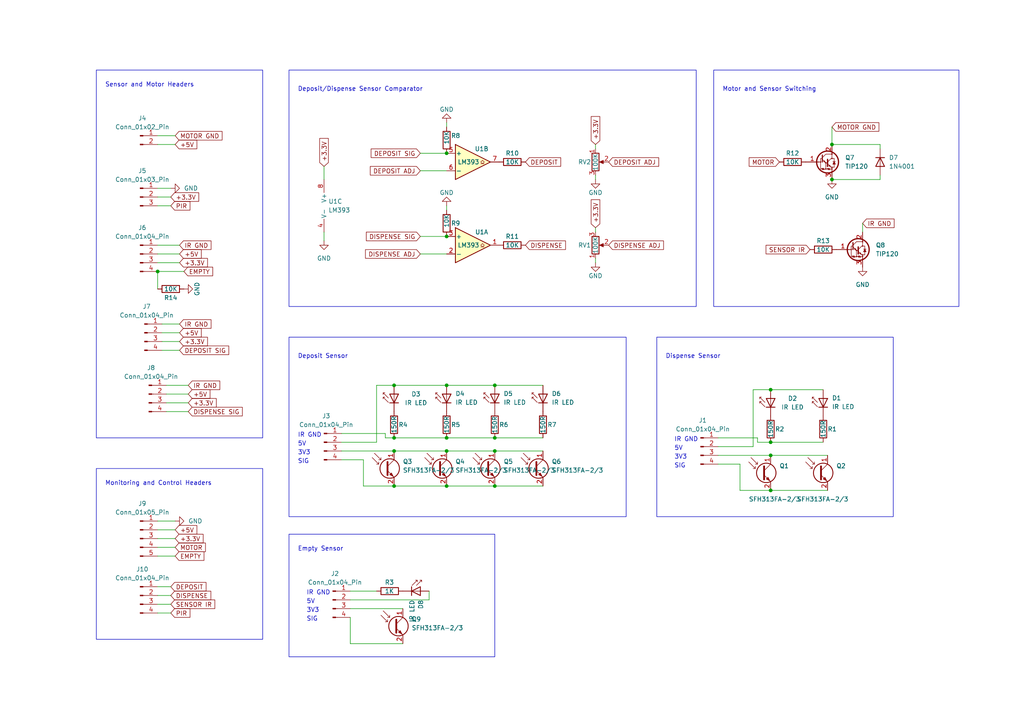
<source format=kicad_sch>
(kicad_sch (version 20230121) (generator eeschema)
  (paper "A4")
  (title_block (title "Vending Machine For Birds - Microcontroller Controlled") (date "2023-12-27") (rev "1 V1.0"))
  (lib_symbols
    (symbol "Comparator:LM393" (pin_names (offset 0.127))
      (property "Reference" "U" (at 3.81 3.81 0))
      (property "Value" "LM393" (at 6.35 -3.81 0))
      (symbol "LM393_1_1"
        (polyline (pts (xy -5.08 5.08) (xy 5.08 0) (xy -5.08 -5.08) (xy -5.08 5.08)) (stroke (width 0.254)) (fill (type background)))
        (polyline (pts (xy 3.302 -0.508) (xy 2.794 -0.508) (xy 3.302 0) (xy 2.794 0.508) (xy 2.286 0) (xy 2.794 -0.508) (xy 2.286 -0.508)) (stroke (width 0.127)))
        (pin open_collector line (at 7.62 0 180) (length 2.54) (name "~") (number "1"))
        (pin input line (at -7.62 -2.54 0) (length 2.54) (name "-") (number "2"))
        (pin input line (at -7.62 2.54 0) (length 2.54) (name "+") (number "3"))
      )
      (symbol "LM393_2_1"
        (polyline (pts (xy -5.08 5.08) (xy 5.08 0) (xy -5.08 -5.08) (xy -5.08 5.08)) (stroke (width 0.254)) (fill (type background)))
        (polyline (pts (xy 3.302 -0.508) (xy 2.794 -0.508) (xy 3.302 0) (xy 2.794 0.508) (xy 2.286 0) (xy 2.794 -0.508) (xy 2.286 -0.508)) (stroke (width 0.127)))
        (pin input line (at -7.62 2.54 0) (length 2.54) (name "+") (number "5"))
        (pin input line (at -7.62 -2.54 0) (length 2.54) (name "-") (number "6"))
        (pin open_collector line (at 7.62 0 180) (length 2.54) (name "~") (number "7"))
      )
      (symbol "LM393_3_1"
        (pin power_in line (at -2.54 -7.62 90) (length 3.81) (name "V-") (number "4"))
        (pin power_in line (at -2.54 7.62 270) (length 3.81) (name "V+") (number "8"))
      )
    )
    (symbol "Connector:Conn_01x02_Pin" (pin_names (offset 1.016) hide)
      (property "Reference" "J" (at 0 2.54 0))
      (property "Value" "Conn_01x02_Pin" (at 0 -5.08 0))
      (symbol "Conn_01x02_Pin_1_1"
        (polyline (pts (xy 1.27 -2.54) (xy 0.8636 -2.54)) (stroke (width 0.1524)))
        (polyline (pts (xy 1.27 0) (xy 0.8636 0)) (stroke (width 0.1524)))
        (rectangle (start 0.8636 -2.413) (end 0 -2.667) (stroke (width 0.1524)) (fill (type outline)))
        (rectangle (start 0.8636 0.127) (end 0 -0.127) (stroke (width 0.1524)) (fill (type outline)))
        (pin passive line (at 5.08 0 180) (length 3.81) (name "Pin_1") (number "1"))
        (pin passive line (at 5.08 -2.54 180) (length 3.81) (name "Pin_2") (number "2"))
      )
    )
    (symbol "Connector:Conn_01x03_Pin" (pin_names (offset 1.016) hide)
      (property "Reference" "J" (at 0 5.08 0))
      (property "Value" "Conn_01x03_Pin" (at 0 -5.08 0))
      (symbol "Conn_01x03_Pin_1_1"
        (polyline (pts (xy 1.27 -2.54) (xy 0.8636 -2.54)) (stroke (width 0.1524)))
        (polyline (pts (xy 1.27 0) (xy 0.8636 0)) (stroke (width 0.1524)))
        (polyline (pts (xy 1.27 2.54) (xy 0.8636 2.54)) (stroke (width 0.1524)))
        (rectangle (start 0.8636 -2.413) (end 0 -2.667) (stroke (width 0.1524)) (fill (type outline)))
        (rectangle (start 0.8636 0.127) (end 0 -0.127) (stroke (width 0.1524)) (fill (type outline)))
        (rectangle (start 0.8636 2.667) (end 0 2.413) (stroke (width 0.1524)) (fill (type outline)))
        (pin passive line (at 5.08 2.54 180) (length 3.81) (name "Pin_1") (number "1"))
        (pin passive line (at 5.08 0 180) (length 3.81) (name "Pin_2") (number "2"))
        (pin passive line (at 5.08 -2.54 180) (length 3.81) (name "Pin_3") (number "3"))
      )
    )
    (symbol "Connector:Conn_01x04_Pin" (pin_names (offset 1.016) hide)
      (property "Reference" "J" (at 0 5.08 0))
      (property "Value" "Conn_01x04_Pin" (at 0 -7.62 0))
      (symbol "Conn_01x04_Pin_1_1"
        (polyline (pts (xy 1.27 -5.08) (xy 0.8636 -5.08)) (stroke (width 0.1524)))
        (polyline (pts (xy 1.27 -2.54) (xy 0.8636 -2.54)) (stroke (width 0.1524)))
        (polyline (pts (xy 1.27 0) (xy 0.8636 0)) (stroke (width 0.1524)))
        (polyline (pts (xy 1.27 2.54) (xy 0.8636 2.54)) (stroke (width 0.1524)))
        (rectangle (start 0.8636 -4.953) (end 0 -5.207) (stroke (width 0.1524)) (fill (type outline)))
        (rectangle (start 0.8636 -2.413) (end 0 -2.667) (stroke (width 0.1524)) (fill (type outline)))
        (rectangle (start 0.8636 0.127) (end 0 -0.127) (stroke (width 0.1524)) (fill (type outline)))
        (rectangle (start 0.8636 2.667) (end 0 2.413) (stroke (width 0.1524)) (fill (type outline)))
        (pin passive line (at 5.08 2.54 180) (length 3.81) (name "Pin_1") (number "1"))
        (pin passive line (at 5.08 0 180) (length 3.81) (name "Pin_2") (number "2"))
        (pin passive line (at 5.08 -2.54 180) (length 3.81) (name "Pin_3") (number "3"))
        (pin passive line (at 5.08 -5.08 180) (length 3.81) (name "Pin_4") (number "4"))
      )
    )
    (symbol "Connector:Conn_01x05_Pin" (pin_names (offset 1.016) hide)
      (property "Reference" "J" (at 0 7.62 0))
      (property "Value" "Conn_01x05_Pin" (at 0 -7.62 0))
      (symbol "Conn_01x05_Pin_1_1"
        (polyline (pts (xy 1.27 -5.08) (xy 0.8636 -5.08)) (stroke (width 0.1524)))
        (polyline (pts (xy 1.27 -2.54) (xy 0.8636 -2.54)) (stroke (width 0.1524)))
        (polyline (pts (xy 1.27 0) (xy 0.8636 0)) (stroke (width 0.1524)))
        (polyline (pts (xy 1.27 2.54) (xy 0.8636 2.54)) (stroke (width 0.1524)))
        (polyline (pts (xy 1.27 5.08) (xy 0.8636 5.08)) (stroke (width 0.1524)))
        (rectangle (start 0.8636 -4.953) (end 0 -5.207) (stroke (width 0.1524)) (fill (type outline)))
        (rectangle (start 0.8636 -2.413) (end 0 -2.667) (stroke (width 0.1524)) (fill (type outline)))
        (rectangle (start 0.8636 0.127) (end 0 -0.127) (stroke (width 0.1524)) (fill (type outline)))
        (rectangle (start 0.8636 2.667) (end 0 2.413) (stroke (width 0.1524)) (fill (type outline)))
        (rectangle (start 0.8636 5.207) (end 0 4.953) (stroke (width 0.1524)) (fill (type outline)))
        (pin passive line (at 5.08 5.08 180) (length 3.81) (name "Pin_1") (number "1"))
        (pin passive line (at 5.08 2.54 180) (length 3.81) (name "Pin_2") (number "2"))
        (pin passive line (at 5.08 0 180) (length 3.81) (name "Pin_3") (number "3"))
        (pin passive line (at 5.08 -2.54 180) (length 3.81) (name "Pin_4") (number "4"))
        (pin passive line (at 5.08 -5.08 180) (length 3.81) (name "Pin_5") (number "5"))
      )
    )
    (symbol "Device:Q_Photo_NPN" (pin_names (offset 0) hide)
      (property "Reference" "Q" (at 5.08 1.27 0))
      (property "Value" "Q_Photo_NPN" (at 5.08 -1.27 0))
      (symbol "Q_Photo_NPN_0_1"
        (polyline (pts (xy -1.905 1.27) (xy -2.54 1.27)))
        (polyline (pts (xy -1.27 2.54) (xy -1.905 2.54)))
        (polyline (pts (xy 0.635 0.635) (xy 2.54 2.54)))
        (polyline (pts (xy -3.81 3.175) (xy -1.905 1.27) (xy -1.905 1.905)))
        (polyline (pts (xy -3.175 4.445) (xy -1.27 2.54) (xy -1.27 3.175)))
        (polyline (pts (xy 0.635 -0.635) (xy 2.54 -2.54) (xy 2.54 -2.54)))
        (polyline (pts (xy 0.635 1.905) (xy 0.635 -1.905) (xy 0.635 -1.905)) (stroke (width 0.508)))
        (polyline (pts (xy 1.27 -1.778) (xy 1.778 -1.27) (xy 2.286 -2.286) (xy 1.27 -1.778) (xy 1.27 -1.778)) (fill (type outline)))
        (circle (center 1.27 0) (radius 2.8194) (stroke (width 0.254)))
      )
      (symbol "Q_Photo_NPN_1_1"
        (pin passive line (at 2.54 5.08 270) (length 2.54) (name "C") (number "1"))
        (pin passive line (at 2.54 -5.08 90) (length 2.54) (name "E") (number "2"))
      )
    )
    (symbol "Device:R" (pin_numbers hide) (pin_names (offset 0))
      (property "Reference" "R" (at 2.032 0 90))
      (property "Value" "R" (at 0 0 90))
      (symbol "R_0_1"
        (rectangle (start -1.016 -2.54) (end 1.016 2.54) (stroke (width 0.254)))
      )
      (symbol "R_1_1"
        (pin passive line (at 0 3.81 270) (length 1.27) (name "~") (number "1"))
        (pin passive line (at 0 -3.81 90) (length 1.27) (name "~") (number "2"))
      )
    )
    (symbol "Device:R_Potentiometer" (pin_names (offset 1.016) hide)
      (property "Reference" "RV" (at -4.445 0 90))
      (property "Value" "R_Potentiometer" (at -2.54 0 90))
      (symbol "R_Potentiometer_0_1"
        (polyline (pts (xy 2.54 0) (xy 1.524 0)))
        (polyline (pts (xy 1.143 0) (xy 2.286 0.508) (xy 2.286 -0.508) (xy 1.143 0)) (fill (type outline)))
        (rectangle (start 1.016 2.54) (end -1.016 -2.54) (stroke (width 0.254)))
      )
      (symbol "R_Potentiometer_1_1"
        (pin passive line (at 0 3.81 270) (length 1.27) (name "1") (number "1"))
        (pin passive line (at 3.81 0 180) (length 1.27) (name "2") (number "2"))
        (pin passive line (at 0 -3.81 90) (length 1.27) (name "3") (number "3"))
      )
    )
    (symbol "Diode:1N4001" (pin_numbers hide) (pin_names hide)
      (property "Reference" "D" (at 0 2.54 0))
      (property "Value" "1N4001" (at 0 -2.54 0))
      (symbol "1N4001_0_1"
        (polyline (pts (xy -1.27 1.27) (xy -1.27 -1.27)) (stroke (width 0.254)))
        (polyline (pts (xy 1.27 0) (xy -1.27 0)))
        (polyline (pts (xy 1.27 1.27) (xy 1.27 -1.27) (xy -1.27 0) (xy 1.27 1.27)) (stroke (width 0.254)))
      )
      (symbol "1N4001_1_1"
        (pin passive line (at -3.81 0 0) (length 2.54) (name "K") (number "1"))
        (pin passive line (at 3.81 0 180) (length 2.54) (name "A") (number "2"))
      )
    )
    (symbol "LED:CQY99" (pin_numbers hide) (pin_names (offset 1.016) hide)
      (property "Reference" "D" (at 0.508 1.778 0))
      (property "Value" "CQY99" (at -1.016 -2.794 0))
      (symbol "CQY99_0_1"
        (polyline (pts (xy -2.54 1.27) (xy -2.54 -1.27)) (stroke (width 0.254)))
        (polyline (pts (xy 0 0) (xy -2.54 0)))
        (polyline (pts (xy 0.381 3.175) (xy -0.127 3.175)))
        (polyline (pts (xy -1.143 1.651) (xy 0.381 3.175) (xy 0.381 2.667)))
        (polyline (pts (xy 0 -1.27) (xy -2.54 0) (xy 0 1.27) (xy 0 -1.27)) (stroke (width 0.254)))
        (polyline (pts (xy -2.413 1.651) (xy -0.889 3.175) (xy -0.889 2.667) (xy -0.889 3.175) (xy -1.397 3.175)))
      )
      (symbol "CQY99_1_1"
        (pin passive line (at -5.08 0 0) (length 2.54) (name "K") (number "1"))
        (pin passive line (at 2.54 0 180) (length 2.54) (name "A") (number "2"))
      )
    )
    (symbol "Transistor_BJT:TIP120" (pin_names (offset 0) hide)
      (property "Reference" "Q" (at 5.08 1.905 0))
      (property "Value" "TIP120" (at 5.08 0 0))
      (symbol "TIP120_0_1"
        (circle (center -0.762 0) (radius 0.127))
        (polyline (pts (xy -1.27 0) (xy -0.889 0)))
        (polyline (pts (xy 2.54 -2.032) (xy 2.54 -2.54)))
        (polyline (pts (xy 2.54 -1.524) (xy 3.175 -1.524)))
        (polyline (pts (xy 2.794 0.127) (xy 3.556 0.127)))
        (polyline (pts (xy 3.175 -0.635) (xy 3.175 -1.524)))
        (polyline (pts (xy 3.175 1.016) (xy 2.54 1.016)))
        (polyline (pts (xy 3.175 1.016) (xy 3.175 0.127)))
        (polyline (pts (xy -0.254 0.762) (xy 0.762 -0.254) (xy 1.27 -0.254)))
        (polyline (pts (xy -0.254 1.016) (xy -0.762 1.016) (xy -0.762 -2.032)))
        (polyline (pts (xy -0.254 1.27) (xy 0.762 2.286) (xy 2.54 2.286)))
        (polyline (pts (xy -0.254 2.032) (xy -0.254 0) (xy -0.254 0)) (stroke (width 0.3048)))
        (polyline (pts (xy 1.27 0.762) (xy 1.27 -1.27) (xy 1.27 -1.27)) (stroke (width 0.381)))
        (polyline (pts (xy 0.635 -0.127) (xy 0.381 0.381) (xy 0.127 0.127) (xy 0.635 -0.127)))
        (polyline (pts (xy 1.27 -0.508) (xy 2.286 -1.524) (xy 2.54 -1.524) (xy 2.54 -2.032)))
        (polyline (pts (xy 1.27 0) (xy 2.286 1.016) (xy 2.54 1.016) (xy 2.54 2.286)))
        (polyline (pts (xy 2.159 -1.397) (xy 1.905 -0.889) (xy 1.651 -1.143) (xy 2.159 -1.397)))
        (polyline (pts (xy 3.175 0.127) (xy 2.794 -0.635) (xy 3.556 -0.635) (xy 3.175 0.127)) (fill (type outline)))
        (polyline (pts (xy 0.762 -2.032) (xy 0.381 -2.032) (xy 0.254 -2.286) (xy 0.127 -1.778) (xy 0 -2.286) (xy -0.127 -1.778) (xy -0.254 -2.286) (xy -0.381 -1.778) (xy -0.508 -2.032) (xy -0.762 -2.032)))
        (polyline (pts (xy 0.762 -0.254) (xy 0.762 -2.032) (xy 1.143 -2.032) (xy 1.27 -1.778) (xy 1.397 -2.286) (xy 1.524 -1.778) (xy 1.651 -2.286) (xy 1.778 -1.778) (xy 1.905 -2.286) (xy 2.032 -2.032) (xy 2.54 -2.032)))
        (circle (center 0.762 -2.032) (radius 0.127))
        (circle (center 0.762 -0.254) (radius 0.127))
        (circle (center 1.27 0) (radius 3.175) (stroke (width 0.3556)))
        (circle (center 2.54 -2.032) (radius 0.127))
        (circle (center 2.54 -1.524) (radius 0.127))
        (circle (center 2.54 1.016) (radius 0.127))
        (circle (center 2.54 2.286) (radius 0.127))
      )
      (symbol "TIP120_1_1"
        (pin input line (at -5.08 0 0) (length 3.81) (name "B") (number "1"))
        (pin passive line (at 2.54 5.08 270) (length 2.667) (name "C") (number "2"))
        (pin passive line (at 2.54 -5.08 90) (length 2.54) (name "E") (number "3"))
      )
    )
    (symbol "power:GND" (power) (pin_names (offset 0))
      (property "Value" "GND" (at 0 -3.81 0))
      (symbol "GND_0_1"
        (polyline (pts (xy 0 0) (xy 0 -1.27) (xy 1.27 -1.27) (xy 0 -2.54) (xy -1.27 -1.27) (xy 0 -1.27)))
      )
      (symbol "GND_1_1"
        (pin power_in line (at 0 0 270) (length 0) hide (name "GND") (number "1"))
      )
    )
  )
  (junction (at 129.54 127))
  (junction (at 143.51 111.76))
  (junction (at 143.51 127))
  (junction (at 143.51 140.97))
  (junction (at 129.54 111.76))
  (junction (at 223.52 132.08))
  (junction (at 114.3 111.76))
  (junction (at 223.52 113.03))
  (junction (at 223.52 142.24))
  (junction (at 241.3 41.91))
  (junction (at 241.3 52.07))
  (junction (at 114.3 140.97))
  (junction (at 45.72 78.74))
  (junction (at 143.51 130.81))
  (junction (at 114.3 127))
  (junction (at 129.54 130.81))
  (junction (at 223.52 128.27))
  (junction (at 129.54 68.58))
  (junction (at 129.54 140.97))
  (junction (at 129.54 44.45))
  (junction (at 114.3 130.81))
  (wire (pts (xy 121.92 73.66) (xy 129.54 73.66)))
  (wire (pts (xy 172.72 52.07) (xy 172.72 50.8)))
  (wire (pts (xy 99.06 133.35) (xy 105.41 133.35)))
  (wire (pts (xy 241.3 52.07) (xy 255.27 52.07)))
  (wire (pts (xy 101.6 186.69) (xy 116.84 186.69)))
  (wire (pts (xy 219.71 128.27) (xy 219.71 127)))
  (wire (pts (xy 93.98 69.85) (xy 93.98 67.31)))
  (wire (pts (xy 255.27 41.91) (xy 241.3 41.91)))
  (wire (pts (xy 143.51 140.97) (xy 157.48 140.97)))
  (wire (pts (xy 109.22 171.45) (xy 101.6 171.45)))
  (wire (pts (xy 114.3 127) (xy 129.54 127)))
  (wire (pts (xy 101.6 179.07) (xy 101.6 186.69)))
  (wire (pts (xy 114.3 111.76) (xy 129.54 111.76)))
  (wire (pts (xy 45.72 78.74) (xy 53.34 78.74)))
  (wire (pts (xy 93.98 48.26) (xy 93.98 52.07)))
  (wire (pts (xy 45.72 158.75) (xy 50.8 158.75)))
  (wire (pts (xy 45.72 161.29) (xy 50.8 161.29)))
  (wire (pts (xy 255.27 43.18) (xy 255.27 41.91)))
  (wire (pts (xy 208.28 129.54) (xy 218.44 129.54)))
  (wire (pts (xy 101.6 176.53) (xy 116.84 176.53)))
  (wire (pts (xy 111.76 127) (xy 114.3 127)))
  (wire (pts (xy 45.72 172.72) (xy 49.53 172.72)))
  (wire (pts (xy 45.72 151.13) (xy 50.8 151.13)))
  (wire (pts (xy 109.22 111.76) (xy 114.3 111.76)))
  (wire (pts (xy 219.71 127) (xy 208.28 127)))
  (wire (pts (xy 114.3 140.97) (xy 129.54 140.97)))
  (wire (pts (xy 99.06 125.73) (xy 111.76 125.73)))
  (wire (pts (xy 111.76 125.73) (xy 111.76 127)))
  (wire (pts (xy 45.72 39.37) (xy 50.8 39.37)))
  (wire (pts (xy 45.72 73.66) (xy 52.07 73.66)))
  (wire (pts (xy 208.28 134.62) (xy 214.63 134.62)))
  (wire (pts (xy 45.72 170.18) (xy 49.53 170.18)))
  (wire (pts (xy 48.26 111.76) (xy 54.61 111.76)))
  (wire (pts (xy 218.44 129.54) (xy 218.44 113.03)))
  (wire (pts (xy 45.72 59.69) (xy 49.53 59.69)))
  (wire (pts (xy 214.63 142.24) (xy 223.52 142.24)))
  (wire (pts (xy 143.51 111.76) (xy 157.48 111.76)))
  (wire (pts (xy 45.72 54.61) (xy 49.53 54.61)))
  (wire (pts (xy 105.41 133.35) (xy 105.41 140.97)))
  (wire (pts (xy 45.72 76.2) (xy 52.07 76.2)))
  (wire (pts (xy 45.72 156.21) (xy 50.8 156.21)))
  (wire (pts (xy 101.6 173.99) (xy 124.46 173.99)))
  (wire (pts (xy 208.28 132.08) (xy 223.52 132.08)))
  (wire (pts (xy 223.52 142.24) (xy 240.03 142.24)))
  (wire (pts (xy 46.99 96.52) (xy 52.07 96.52)))
  (wire (pts (xy 45.72 153.67) (xy 50.8 153.67)))
  (wire (pts (xy 48.26 119.38) (xy 54.61 119.38)))
  (wire (pts (xy 129.54 127) (xy 143.51 127)))
  (wire (pts (xy 172.72 66.04) (xy 172.72 67.31)))
  (wire (pts (xy 172.72 41.91) (xy 172.72 43.18)))
  (wire (pts (xy 99.06 130.81) (xy 114.3 130.81)))
  (wire (pts (xy 45.72 41.91) (xy 50.8 41.91)))
  (wire (pts (xy 45.72 78.74) (xy 45.72 83.82)))
  (wire (pts (xy 129.54 140.97) (xy 143.51 140.97)))
  (wire (pts (xy 105.41 140.97) (xy 114.3 140.97)))
  (wire (pts (xy 114.3 130.81) (xy 129.54 130.81)))
  (wire (pts (xy 129.54 111.76) (xy 143.51 111.76)))
  (wire (pts (xy 45.72 175.26) (xy 49.53 175.26)))
  (wire (pts (xy 46.99 99.06) (xy 52.07 99.06)))
  (wire (pts (xy 45.72 71.12) (xy 52.07 71.12)))
  (wire (pts (xy 241.3 36.83) (xy 241.3 41.91)))
  (wire (pts (xy 223.52 113.03) (xy 238.76 113.03)))
  (wire (pts (xy 250.19 64.77) (xy 250.19 67.31)))
  (wire (pts (xy 46.99 93.98) (xy 52.07 93.98)))
  (wire (pts (xy 45.72 57.15) (xy 49.53 57.15)))
  (wire (pts (xy 48.26 116.84) (xy 54.61 116.84)))
  (wire (pts (xy 218.44 113.03) (xy 223.52 113.03)))
  (wire (pts (xy 99.06 128.27) (xy 109.22 128.27)))
  (wire (pts (xy 124.46 171.45) (xy 124.46 173.99)))
  (wire (pts (xy 109.22 128.27) (xy 109.22 111.76)))
  (wire (pts (xy 223.52 128.27) (xy 238.76 128.27)))
  (wire (pts (xy 172.72 76.2) (xy 172.72 74.93)))
  (wire (pts (xy 121.92 44.45) (xy 129.54 44.45)))
  (wire (pts (xy 219.71 128.27) (xy 223.52 128.27)))
  (wire (pts (xy 214.63 134.62) (xy 214.63 142.24)))
  (wire (pts (xy 121.92 68.58) (xy 129.54 68.58)))
  (wire (pts (xy 129.54 130.81) (xy 143.51 130.81)))
  (wire (pts (xy 48.26 114.3) (xy 54.61 114.3)))
  (wire (pts (xy 255.27 52.07) (xy 255.27 50.8)))
  (wire (pts (xy 45.72 177.8) (xy 49.53 177.8)))
  (wire (pts (xy 129.54 59.69) (xy 129.54 60.96)))
  (wire (pts (xy 223.52 132.08) (xy 240.03 132.08)))
  (wire (pts (xy 143.51 130.81) (xy 157.48 130.81)))
  (wire (pts (xy 46.99 101.6) (xy 52.07 101.6)))
  (wire (pts (xy 129.54 35.56) (xy 129.54 36.83)))
  (wire (pts (xy 121.92 49.53) (xy 129.54 49.53)))
  (wire (pts (xy 143.51 127) (xy 157.48 127)))
  (rectangle (start 190.5 97.79) (end 259.08 149.86))
  (rectangle (start 27.94 135.89) (end 76.2 185.42))
  (rectangle (start 83.82 97.79) (end 181.61 149.86))
  (rectangle (start 83.82 154.94) (end 143.51 190.5))
  (rectangle (start 207.01 20.32) (end 278.13 88.9))
  (rectangle (start 27.94 20.32) (end 76.2 127))
  (rectangle (start 83.82 20.32) (end 201.93 88.9))
  (text "Sensor and Motor Headers" (at 30.48 25.4 0) (effects (font (size 1.27 1.27)) (justify left bottom)))
  (text "IR GND" (at 86.36 127 0) (effects (font (size 1.27 1.27)) (justify left bottom)))
  (text "Monitoring and Control Headers" (at 30.48 140.97 0) (effects (font (size 1.27 1.27)) (justify left bottom)))
  (text "3V3" (at 195.58 133.35 0) (effects (font (size 1.27 1.27)) (justify left bottom)))
  (text "5V" (at 195.58 130.81 0) (effects (font (size 1.27 1.27)) (justify left bottom)))
  (text "IR GND" (at 88.9 172.72 0) (effects (font (size 1.27 1.27)) (justify left bottom)))
  (text "5V" (at 88.9 175.26 0) (effects (font (size 1.27 1.27)) (justify left bottom)))
  (text "IR GND" (at 195.58 128.27 0) (effects (font (size 1.27 1.27)) (justify left bottom)))
  (text "Motor and Sensor Switching" (at 209.55 26.67 0) (effects (font (size 1.27 1.27)) (justify left bottom)))
  (text "SIG" (at 195.58 135.89 0) (effects (font (size 1.27 1.27)) (justify left bottom)))
  (text "Deposit Sensor" (at 86.36 104.14 0) (effects (font (size 1.27 1.27)) (justify left bottom)))
  (text "3V3" (at 88.9 177.8 0) (effects (font (size 1.27 1.27)) (justify left bottom)))
  (text "3V3" (at 86.36 132.08 0) (effects (font (size 1.27 1.27)) (justify left bottom)))
  (text "SIG" (at 88.9 180.34 0) (effects (font (size 1.27 1.27)) (justify left bottom)))
  (text "Dispense Sensor" (at 193.04 104.14 0) (effects (font (size 1.27 1.27)) (justify left bottom)))
  (text "Empty Sensor" (at 86.36 160.02 0) (effects (font (size 1.27 1.27)) (justify left bottom)))
  (text "SIG" (at 86.36 134.62 0) (effects (font (size 1.27 1.27)) (justify left bottom)))
  (text "5V" (at 86.36 129.54 0) (effects (font (size 1.27 1.27)) (justify left bottom)))
  (text "Deposit/Dispense Sensor Comparator" (at 86.36 26.67 0) (effects (font (size 1.27 1.27)) (justify left bottom)))
  (global_label "DISPENSE SIG" (shape input) (at 54.61 119.38 0) (property "Intersheetrefs" "${INTERSHEET_REFS}" (effects hide)))
  (global_label "EMPTY" (shape input) (at 50.8 161.29 0) (property "Intersheetrefs" "${INTERSHEET_REFS}" (effects hide)))
  (global_label "IR GND" (shape input) (at 52.07 71.12 0) (property "Intersheetrefs" "${INTERSHEET_REFS}" (effects hide)))
  (global_label "MOTOR GND" (shape input) (at 50.8 39.37 0) (property "Intersheetrefs" "${INTERSHEET_REFS}" (effects hide)))
  (global_label "DISPENSE SIG" (shape input) (at 121.92 68.58 180) (property "Intersheetrefs" "${INTERSHEET_REFS}" (effects hide)))
  (global_label "DEPOSIT ADJ" (shape input) (at 121.92 49.53 180) (property "Intersheetrefs" "${INTERSHEET_REFS}" (effects hide)))
  (global_label "+5V" (shape input) (at 50.8 41.91 0) (property "Intersheetrefs" "${INTERSHEET_REFS}" (effects hide)))
  (global_label "MOTOR" (shape input) (at 50.8 158.75 0) (property "Intersheetrefs" "${INTERSHEET_REFS}" (effects hide)))
  (global_label "+3.3V" (shape input) (at 52.07 76.2 0) (property "Intersheetrefs" "${INTERSHEET_REFS}" (effects hide)))
  (global_label "+3.3V" (shape input) (at 52.07 99.06 0) (property "Intersheetrefs" "${INTERSHEET_REFS}" (effects hide)))
  (global_label "MOTOR GND" (shape input) (at 241.3 36.83 0) (property "Intersheetrefs" "${INTERSHEET_REFS}" (effects hide)))
  (global_label "IR GND" (shape input) (at 52.07 93.98 0) (property "Intersheetrefs" "${INTERSHEET_REFS}" (effects hide)))
  (global_label "+3.3V" (shape input) (at 172.72 41.91 90) (property "Intersheetrefs" "${INTERSHEET_REFS}" (effects hide)))
  (global_label "+5V" (shape input) (at 54.61 114.3 0) (property "Intersheetrefs" "${INTERSHEET_REFS}" (effects hide)))
  (global_label "PIR" (shape input) (at 49.53 177.8 0) (property "Intersheetrefs" "${INTERSHEET_REFS}" (effects hide)))
  (global_label "DISPENSE ADJ" (shape input) (at 176.53 71.12 0) (property "Intersheetrefs" "${INTERSHEET_REFS}" (effects hide)))
  (global_label "DISPENSE ADJ" (shape input) (at 121.92 73.66 180) (property "Intersheetrefs" "${INTERSHEET_REFS}" (effects hide)))
  (global_label "DEPOSIT SIG" (shape input) (at 52.07 101.6 0) (property "Intersheetrefs" "${INTERSHEET_REFS}" (effects hide)))
  (global_label "DEPOSIT SIG" (shape input) (at 121.92 44.45 180) (property "Intersheetrefs" "${INTERSHEET_REFS}" (effects hide)))
  (global_label "EMPTY" (shape input) (at 53.34 78.74 0) (property "Intersheetrefs" "${INTERSHEET_REFS}" (effects hide)))
  (global_label "+5V" (shape input) (at 52.07 96.52 0) (property "Intersheetrefs" "${INTERSHEET_REFS}" (effects hide)))
  (global_label "PIR" (shape input) (at 49.53 59.69 0) (property "Intersheetrefs" "${INTERSHEET_REFS}" (effects hide)))
  (global_label "DISPENSE" (shape input) (at 152.4 71.12 0) (property "Intersheetrefs" "${INTERSHEET_REFS}" (effects hide)))
  (global_label "DEPOSIT" (shape input) (at 49.53 170.18 0) (property "Intersheetrefs" "${INTERSHEET_REFS}" (effects hide)))
  (global_label "SENSOR IR" (shape input) (at 234.95 72.39 180) (property "Intersheetrefs" "${INTERSHEET_REFS}" (effects hide)))
  (global_label "DEPOSIT" (shape input) (at 152.4 46.99 0) (property "Intersheetrefs" "${INTERSHEET_REFS}" (effects hide)))
  (global_label "+3.3V" (shape input) (at 50.8 156.21 0) (property "Intersheetrefs" "${INTERSHEET_REFS}" (effects hide)))
  (global_label "+5V" (shape input) (at 50.8 153.67 0) (property "Intersheetrefs" "${INTERSHEET_REFS}" (effects hide)))
  (global_label "+3.3V" (shape input) (at 49.53 57.15 0) (property "Intersheetrefs" "${INTERSHEET_REFS}" (effects hide)))
  (global_label "DISPENSE" (shape input) (at 49.53 172.72 0) (property "Intersheetrefs" "${INTERSHEET_REFS}" (effects hide)))
  (global_label "+3.3V" (shape input) (at 172.72 66.04 90) (property "Intersheetrefs" "${INTERSHEET_REFS}" (effects hide)))
  (global_label "IR GND" (shape input) (at 250.19 64.77 0) (property "Intersheetrefs" "${INTERSHEET_REFS}" (effects hide)))
  (global_label "+3.3V" (shape input) (at 93.98 48.26 90) (property "Intersheetrefs" "${INTERSHEET_REFS}" (effects hide)))
  (global_label "+5V" (shape input) (at 52.07 73.66 0) (property "Intersheetrefs" "${INTERSHEET_REFS}" (effects hide)))
  (global_label "MOTOR" (shape input) (at 226.06 46.99 180) (property "Intersheetrefs" "${INTERSHEET_REFS}" (effects hide)))
  (global_label "SENSOR IR" (shape input) (at 49.53 175.26 0) (property "Intersheetrefs" "${INTERSHEET_REFS}" (effects hide)))
  (global_label "DEPOSIT ADJ" (shape input) (at 176.53 46.99 0) (property "Intersheetrefs" "${INTERSHEET_REFS}" (effects hide)))
  (global_label "IR GND" (shape input) (at 54.61 111.76 0) (property "Intersheetrefs" "${INTERSHEET_REFS}" (effects hide)))
  (global_label "+3.3V" (shape input) (at 54.61 116.84 0) (property "Intersheetrefs" "${INTERSHEET_REFS}" (effects hide)))
  (symbol (lib_id "Device:R") (at 238.76 124.46 0) (unit 1)
    (property "Reference" "R1" (at 240.03 124.46 0) (effects (justify left)))
    (property "Value" "150R" (at 238.76 127 90) (effects (justify left)))
    (property "Footprint" "Resistor_THT:R_Axial_DIN0207_L6.3mm_D2.5mm_P2.54mm_Vertical" (effects hide))
  )
  (symbol (lib_id "power:GND") (at 250.19 77.47 0) (unit 1)
    (property "Reference" "#PWR02" (effects hide))
    (property "Value" "GND" (at 250.19 82.55 0))
  )
  (symbol (lib_id "Comparator:LM393") (at 137.16 71.12 0) (unit 1)
    (property "Reference" "U1" (at 139.7 67.31 0))
    (property "Value" "LM393" (at 135.89 71.12 0))
    (property "Footprint" "Package_DIP:DIP-8_W7.62mm" (effects hide))
    (property "Datasheet" "http://www.ti.com/lit/ds/symlink/lm393.pdf" (effects hide))
  )
  (symbol (lib_id "Device:R") (at 148.59 71.12 90) (unit 1)
    (property "Reference" "R11" (at 148.59 68.58 90))
    (property "Value" "10K" (at 148.59 71.12 90))
    (property "Footprint" "Resistor_THT:R_Axial_DIN0207_L6.3mm_D2.5mm_P2.54mm_Vertical" (effects hide))
  )
  (symbol (lib_id "Device:R") (at 113.03 171.45 90) (mirror x) (unit 1)
    (property "Reference" "R3" (at 114.3 168.91 90) (effects (justify left)))
    (property "Value" "1K" (at 114.3 171.45 90) (effects (justify left)))
    (property "Footprint" "Resistor_THT:R_Axial_DIN0207_L6.3mm_D2.5mm_P2.54mm_Vertical" (effects hide))
  )
  (symbol (lib_id "power:GND") (at 53.34 83.82 90) (unit 1)
    (property "Reference" "#PWR05" (effects hide))
    (property "Value" "GND" (at 57.15 83.82 0))
  )
  (symbol (lib_id "Device:Q_Photo_NPN") (at 237.49 137.16 0) (unit 1)
    (property "Reference" "Q2" (at 242.57 135.1407 0) (effects (justify left)))
    (property "Value" "SFH313FA-2/3" (at 231.14 144.78 0) (effects (justify left)))
    (property "Footprint" "LED_THT:LED_D5.0mm_IRBlack" (effects hide))
  )
  (symbol (lib_id "Device:Q_Photo_NPN") (at 154.94 135.89 0) (unit 1)
    (property "Reference" "Q6" (at 160.02 133.8707 0) (effects (justify left)))
    (property "Value" "SFH313FA-2/3" (at 160.02 136.4107 0) (effects (justify left)))
    (property "Footprint" "LED_THT:LED_D5.0mm_IRBlack" (effects hide))
  )
  (symbol (lib_id "Device:R") (at 148.59 46.99 90) (unit 1)
    (property "Reference" "R10" (at 148.59 44.45 90))
    (property "Value" "10K" (at 148.59 46.99 90))
    (property "Footprint" "Resistor_THT:R_Axial_DIN0207_L6.3mm_D2.5mm_P2.54mm_Vertical" (effects hide))
  )
  (symbol (lib_id "Device:R") (at 157.48 123.19 0) (mirror x) (unit 1)
    (property "Reference" "R7" (at 158.75 123.19 0) (effects (justify left)))
    (property "Value" "150R" (at 157.48 120.65 90) (effects (justify left)))
    (property "Footprint" "Resistor_THT:R_Axial_DIN0207_L6.3mm_D2.5mm_P2.54mm_Vertical" (effects hide))
  )
  (symbol (lib_id "Transistor_BJT:TIP120") (at 238.76 46.99 0) (unit 1)
    (property "Reference" "Q7" (at 245.11 45.72 0) (effects (justify left)))
    (property "Value" "TIP120" (at 245.11 48.26 0) (effects (justify left)))
    (property "Footprint" "Package_TO_SOT_THT:TO-220-3_Vertical" (effects hide))
    (property "Datasheet" "https://www.onsemi.com/pub/Collateral/TIP120-D.PDF" (effects hide))
  )
  (symbol (lib_id "LED:CQY99") (at 157.48 114.3 90) (unit 1)
    (property "Reference" "D6" (at 160.02 114.173 90) (effects (justify right)))
    (property "Value" "IR LED" (at 160.02 116.713 90) (effects (justify right)))
    (property "Footprint" "LED_THT:LED_D5.0mm_IRGrey" (effects hide))
    (property "Datasheet" "https://www.prtice.info/IMG/pdf/CQY99.pdf" (effects hide))
  )
  (symbol (lib_id "Device:R") (at 129.54 40.64 0) (unit 1)
    (property "Reference" "R8" (at 130.81 39.37 0) (effects (justify left)))
    (property "Value" "10K" (at 129.54 41.91 90) (effects (justify left)))
    (property "Footprint" "Resistor_THT:R_Axial_DIN0207_L6.3mm_D2.5mm_P2.54mm_Vertical" (effects hide))
  )
  (symbol (lib_id "Device:Q_Photo_NPN") (at 140.97 135.89 0) (unit 1)
    (property "Reference" "Q5" (at 146.05 133.8707 0) (effects (justify left)))
    (property "Value" "SFH313FA-2/3" (at 146.05 136.4107 0) (effects (justify left)))
    (property "Footprint" "LED_THT:LED_D5.0mm_IRBlack" (effects hide))
  )
  (symbol (lib_id "Comparator:LM393") (at 96.52 59.69 0) (unit 3)
    (property "Reference" "U1" (at 95.25 58.42 0) (effects (justify left)))
    (property "Value" "LM393" (at 95.25 60.96 0) (effects (justify left)))
    (property "Footprint" "Package_DIP:DIP-8_W7.62mm" (effects hide))
    (property "Datasheet" "http://www.ti.com/lit/ds/symlink/lm393.pdf" (effects hide))
  )
  (symbol (lib_id "LED:CQY99") (at 121.92 171.45 0) (unit 1)
    (property "Reference" "D8" (at 122.047 173.99 90) (effects (justify right)))
    (property "Value" "IR LED" (at 119.507 173.99 90) (effects (justify right)))
    (property "Footprint" "LED_THT:LED_D5.0mm_IRGrey" (effects hide))
    (property "Datasheet" "https://www.prtice.info/IMG/pdf/CQY99.pdf" (effects hide))
  )
  (symbol (lib_id "LED:CQY99") (at 143.51 114.3 90) (unit 1)
    (property "Reference" "D5" (at 146.05 114.173 90) (effects (justify right)))
    (property "Value" "IR LED" (at 146.05 116.713 90) (effects (justify right)))
    (property "Footprint" "LED_THT:LED_D5.0mm_IRGrey" (effects hide))
    (property "Datasheet" "https://www.prtice.info/IMG/pdf/CQY99.pdf" (effects hide))
  )
  (symbol (lib_id "Device:R") (at 238.76 72.39 270) (unit 1)
    (property "Reference" "R13" (at 238.76 69.85 90))
    (property "Value" "10K" (at 238.76 72.39 90))
    (property "Footprint" "Resistor_THT:R_Axial_DIN0207_L6.3mm_D2.5mm_P2.54mm_Vertical" (effects hide))
  )
  (symbol (lib_id "power:GND") (at 129.54 59.69 180) (unit 1)
    (property "Reference" "#PWR08" (effects hide))
    (property "Value" "GND" (at 129.54 55.88 0))
  )
  (symbol (lib_id "LED:CQY99") (at 238.76 115.57 90) (unit 1)
    (property "Reference" "D1" (at 241.3 115.443 90) (effects (justify right)))
    (property "Value" "IR LED" (at 241.3 117.983 90) (effects (justify right)))
    (property "Footprint" "LED_THT:LED_D5.0mm_IRGrey" (effects hide))
    (property "Datasheet" "https://www.prtice.info/IMG/pdf/CQY99.pdf" (effects hide))
  )
  (symbol (lib_id "Device:Q_Photo_NPN") (at 127 135.89 0) (unit 1)
    (property "Reference" "Q4" (at 132.08 133.8707 0) (effects (justify left)))
    (property "Value" "SFH313FA-2/3" (at 132.08 136.4107 0) (effects (justify left)))
    (property "Footprint" "LED_THT:LED_D5.0mm_IRBlack" (effects hide))
  )
  (symbol (lib_id "power:GND") (at 172.72 52.07 0) (unit 1)
    (property "Reference" "#PWR012" (effects hide))
    (property "Value" "GND" (at 172.72 55.88 0))
  )
  (symbol (lib_id "Device:R_Potentiometer") (at 172.72 46.99 0) (unit 1)
    (property "Reference" "RV2" (at 171.45 46.99 0) (effects (justify right)))
    (property "Value" "100K" (at 172.72 44.45 90) (effects (justify right)))
    (property "Footprint" "Potentiometer_THT:Potentiometer_Piher_PT-10-V10_Vertical" (effects hide))
  )
  (symbol (lib_id "Transistor_BJT:TIP120") (at 247.65 72.39 0) (unit 1)
    (property "Reference" "Q8" (at 254 71.12 0) (effects (justify left)))
    (property "Value" "TIP120" (at 254 73.66 0) (effects (justify left)))
    (property "Footprint" "Package_TO_SOT_THT:TO-220-3_Vertical" (effects hide))
    (property "Datasheet" "https://www.onsemi.com/pub/Collateral/TIP120-D.PDF" (effects hide))
  )
  (symbol (lib_id "Connector:Conn_01x04_Pin") (at 40.64 73.66 0) (unit 1)
    (property "Reference" "J6" (at 41.275 66.04 0))
    (property "Value" "Conn_01x04_Pin" (at 41.275 68.58 0))
    (property "Footprint" "Connector_PinHeader_2.54mm:PinHeader_1x04_P2.54mm_Vertical" (effects hide))
  )
  (symbol (lib_id "LED:CQY99") (at 223.52 115.57 90) (unit 1)
    (property "Reference" "D2" (at 229.87 115.57 90))
    (property "Value" "IR LED" (at 229.87 118.11 90))
    (property "Footprint" "LED_THT:LED_D5.0mm_IRGrey" (effects hide))
    (property "Datasheet" "https://www.prtice.info/IMG/pdf/CQY99.pdf" (effects hide))
  )
  (symbol (lib_id "Device:R") (at 129.54 64.77 0) (unit 1)
    (property "Reference" "R9" (at 130.81 64.77 0) (effects (justify left)))
    (property "Value" "10K" (at 129.54 66.04 90) (effects (justify left)))
    (property "Footprint" "Resistor_THT:R_Axial_DIN0207_L6.3mm_D2.5mm_P2.54mm_Vertical" (effects hide))
  )
  (symbol (lib_id "Device:Q_Photo_NPN") (at 114.3 181.61 0) (unit 1)
    (property "Reference" "Q9" (at 119.38 179.5907 0) (effects (justify left)))
    (property "Value" "SFH313FA-2/3" (at 119.38 182.1307 0) (effects (justify left)))
    (property "Footprint" "LED_THT:LED_D5.0mm_IRBlack" (effects hide))
  )
  (symbol (lib_id "Connector:Conn_01x05_Pin") (at 40.64 156.21 0) (unit 1)
    (property "Reference" "J9" (at 41.275 146.05 0))
    (property "Value" "Conn_01x05_Pin" (at 41.275 148.59 0))
    (property "Footprint" "Connector_PinHeader_2.54mm:PinHeader_1x05_P2.54mm_Vertical" (effects hide))
  )
  (symbol (lib_id "Device:R") (at 49.53 83.82 270) (mirror x) (unit 1)
    (property "Reference" "R14" (at 49.53 86.36 90))
    (property "Value" "10K" (at 49.53 83.82 90))
    (property "Footprint" "Resistor_THT:R_Axial_DIN0207_L6.3mm_D2.5mm_P2.54mm_Vertical" (effects hide))
  )
  (symbol (lib_id "Device:Q_Photo_NPN") (at 220.98 137.16 0) (unit 1)
    (property "Reference" "Q1" (at 226.06 135.1407 0) (effects (justify left)))
    (property "Value" "SFH313FA-2/3" (at 217.17 144.78 0) (effects (justify left)))
    (property "Footprint" "LED_THT:LED_D5.0mm_IRBlack" (effects hide))
  )
  (symbol (lib_id "Diode:1N4001") (at 255.27 46.99 270) (unit 1)
    (property "Reference" "D7" (at 257.81 45.72 90) (effects (justify left)))
    (property "Value" "1N4001" (at 257.81 48.26 90) (effects (justify left)))
    (property "Footprint" "Diode_THT:D_DO-41_SOD81_P2.54mm_Vertical_KathodeUp" (effects hide))
    (property "Datasheet" "http://www.vishay.com/docs/88503/1n4001.pdf" (effects hide))
    (property "Sim.Device" "D" (effects hide))
    (property "Sim.Pins" "1=K 2=A" (effects hide))
  )
  (symbol (lib_id "Device:R") (at 114.3 123.19 0) (unit 1)
    (property "Reference" "R4" (at 115.57 123.19 0) (effects (justify left)))
    (property "Value" "150R" (at 114.3 125.73 90) (effects (justify left)))
    (property "Footprint" "Resistor_THT:R_Axial_DIN0207_L6.3mm_D2.5mm_P2.54mm_Vertical" (effects hide))
  )
  (symbol (lib_id "Connector:Conn_01x04_Pin") (at 41.91 96.52 0) (unit 1)
    (property "Reference" "J7" (at 42.545 88.9 0))
    (property "Value" "Conn_01x04_Pin" (at 42.545 91.44 0))
    (property "Footprint" "Connector_PinHeader_2.54mm:PinHeader_1x04_P2.54mm_Vertical" (effects hide))
  )
  (symbol (lib_id "Device:R") (at 223.52 124.46 0) (mirror x) (unit 1)
    (property "Reference" "R2" (at 224.79 124.46 0) (effects (justify left)))
    (property "Value" "150R" (at 223.52 121.92 90) (effects (justify left)))
    (property "Footprint" "Resistor_THT:R_Axial_DIN0207_L6.3mm_D2.5mm_P2.54mm_Vertical" (effects hide))
  )
  (symbol (lib_id "Device:R") (at 129.54 123.19 0) (unit 1)
    (property "Reference" "R5" (at 130.81 123.19 0) (effects (justify left)))
    (property "Value" "150R" (at 129.54 125.73 90) (effects (justify left)))
    (property "Footprint" "Resistor_THT:R_Axial_DIN0207_L6.3mm_D2.5mm_P2.54mm_Vertical" (effects hide))
  )
  (symbol (lib_id "power:GND") (at 93.98 69.85 0) (unit 1)
    (property "Reference" "#PWR04" (effects hide))
    (property "Value" "GND" (at 93.98 74.93 0))
  )
  (symbol (lib_id "power:GND") (at 49.53 54.61 90) (unit 1)
    (property "Reference" "#PWR07" (effects hide))
    (property "Value" "GND" (at 53.34 54.61 90) (effects (justify right)))
  )
  (symbol (lib_id "Connector:Conn_01x03_Pin") (at 40.64 57.15 0) (unit 1)
    (property "Reference" "J5" (at 41.275 49.53 0))
    (property "Value" "Conn_01x03_Pin" (at 41.275 52.07 0))
    (property "Footprint" "Connector_PinHeader_2.54mm:PinHeader_1x03_P2.54mm_Vertical" (effects hide))
  )
  (symbol (lib_id "power:GND") (at 172.72 76.2 0) (unit 1)
    (property "Reference" "#PWR011" (effects hide))
    (property "Value" "GND" (at 172.72 80.01 0))
  )
  (symbol (lib_id "Connector:Conn_01x04_Pin") (at 40.64 172.72 0) (unit 1)
    (property "Reference" "J10" (at 41.275 165.1 0))
    (property "Value" "Conn_01x04_Pin" (at 41.275 167.64 0))
    (property "Footprint" "Connector_PinHeader_2.54mm:PinHeader_1x04_P2.54mm_Vertical" (effects hide))
  )
  (symbol (lib_id "Device:R") (at 229.87 46.99 270) (mirror x) (unit 1)
    (property "Reference" "R12" (at 229.87 44.45 90))
    (property "Value" "10K" (at 229.87 46.99 90))
    (property "Footprint" "Resistor_THT:R_Axial_DIN0207_L6.3mm_D2.5mm_P2.54mm_Vertical" (effects hide))
  )
  (symbol (lib_id "power:GND") (at 50.8 151.13 90) (unit 1)
    (property "Reference" "#PWR01" (effects hide))
    (property "Value" "GND" (at 54.61 151.13 90) (effects (justify right)))
  )
  (symbol (lib_id "power:GND") (at 129.54 35.56 180) (unit 1)
    (property "Reference" "#PWR09" (effects hide))
    (property "Value" "GND" (at 129.54 31.75 0))
  )
  (symbol (lib_id "Device:R") (at 143.51 123.19 0) (mirror x) (unit 1)
    (property "Reference" "R6" (at 144.78 123.19 0) (effects (justify left)))
    (property "Value" "150R" (at 143.51 120.65 90) (effects (justify left)))
    (property "Footprint" "Resistor_THT:R_Axial_DIN0207_L6.3mm_D2.5mm_P2.54mm_Vertical" (effects hide))
  )
  (symbol (lib_id "Comparator:LM393") (at 137.16 46.99 0) (unit 2)
    (property "Reference" "U1" (at 139.7 43.18 0))
    (property "Value" "LM393" (at 135.89 46.99 0))
    (property "Footprint" "Package_DIP:DIP-8_W7.62mm" (effects hide))
    (property "Datasheet" "http://www.ti.com/lit/ds/symlink/lm393.pdf" (effects hide))
  )
  (symbol (lib_id "Device:R_Potentiometer") (at 172.72 71.12 0) (mirror x) (unit 1)
    (property "Reference" "RV1" (at 171.45 71.12 0) (effects (justify right)))
    (property "Value" "100K" (at 172.72 73.66 90) (effects (justify right)))
    (property "Footprint" "Potentiometer_THT:Potentiometer_Piher_PT-10-V10_Vertical" (effects hide))
  )
  (symbol (lib_id "LED:CQY99") (at 114.3 114.3 90) (unit 1)
    (property "Reference" "D3" (at 120.65 114.3 90))
    (property "Value" "IR LED" (at 120.65 116.84 90))
    (property "Footprint" "LED_THT:LED_D5.0mm_IRGrey" (effects hide))
    (property "Datasheet" "https://www.prtice.info/IMG/pdf/CQY99.pdf" (effects hide))
  )
  (symbol (lib_id "Device:Q_Photo_NPN") (at 111.76 135.89 0) (unit 1)
    (property "Reference" "Q3" (at 116.84 133.8707 0) (effects (justify left)))
    (property "Value" "SFH313FA-2/3" (at 116.84 136.4107 0) (effects (justify left)))
    (property "Footprint" "LED_THT:LED_D5.0mm_IRBlack" (effects hide))
  )
  (symbol (lib_id "Connector:Conn_01x02_Pin") (at 40.64 39.37 0) (unit 1)
    (property "Reference" "J4" (at 41.275 34.29 0))
    (property "Value" "Conn_01x02_Pin" (at 41.275 36.83 0))
    (property "Footprint" "Connector_PinHeader_2.54mm:PinHeader_1x02_P2.54mm_Vertical" (effects hide))
  )
  (symbol (lib_id "Connector:Conn_01x04_Pin") (at 203.2 129.54 0) (unit 1)
    (property "Reference" "J1" (at 203.835 121.92 0))
    (property "Value" "Conn_01x04_Pin" (at 203.835 124.46 0))
    (property "Footprint" "Connector_PinHeader_2.54mm:PinHeader_1x04_P2.54mm_Vertical" (effects hide))
  )
  (symbol (lib_id "Connector:Conn_01x04_Pin") (at 93.98 128.27 0) (unit 1)
    (property "Reference" "J3" (at 94.615 120.65 0))
    (property "Value" "Conn_01x04_Pin" (at 94.615 123.19 0))
    (property "Footprint" "Connector_PinHeader_2.54mm:PinHeader_1x04_P2.54mm_Vertical" (effects hide))
  )
  (symbol (lib_id "Connector:Conn_01x04_Pin") (at 43.18 114.3 0) (unit 1)
    (property "Reference" "J8" (at 43.815 106.68 0))
    (property "Value" "Conn_01x04_Pin" (at 43.815 109.22 0))
    (property "Footprint" "Connector_PinHeader_2.54mm:PinHeader_1x04_P2.54mm_Vertical" (effects hide))
  )
  (symbol (lib_id "Connector:Conn_01x04_Pin") (at 96.52 173.99 0) (unit 1)
    (property "Reference" "J2" (at 97.155 166.37 0))
    (property "Value" "Conn_01x04_Pin" (at 97.155 168.91 0))
    (property "Footprint" "Connector_PinHeader_2.54mm:PinHeader_1x04_P2.54mm_Vertical" (effects hide))
  )
  (symbol (lib_id "LED:CQY99") (at 129.54 114.3 90) (unit 1)
    (property "Reference" "D4" (at 132.08 114.173 90) (effects (justify right)))
    (property "Value" "IR LED" (at 132.08 116.713 90) (effects (justify right)))
    (property "Footprint" "LED_THT:LED_D5.0mm_IRGrey" (effects hide))
    (property "Datasheet" "https://www.prtice.info/IMG/pdf/CQY99.pdf" (effects hide))
  )
  (symbol (lib_id "power:GND") (at 241.3 52.07 0) (unit 1)
    (property "Reference" "#PWR03" (effects hide))
    (property "Value" "GND" (at 241.3 57.15 0))
  )
)
</source>
